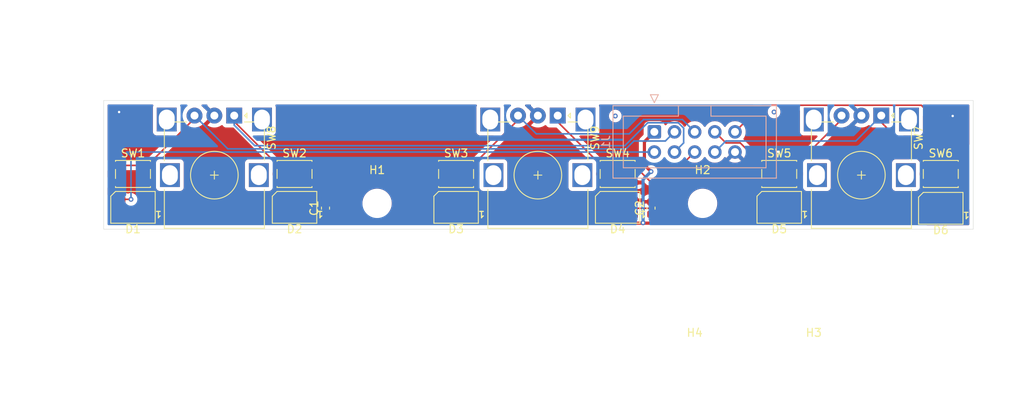
<source format=kicad_pcb>
(kicad_pcb (version 20240108) (generator "pcbnew") (generator_version "8.0")
  (layers (0 "F.Cu" signal) (31 "B.Cu" signal) (34 "B.Paste" user) (35 "F.Paste" user) (36 "B.SilkS" user "B.Silkscreen") (37 "F.SilkS" user "F.Silkscreen") (38 "B.Mask" user) (39 "F.Mask" user) (44 "Edge.Cuts" user))
  (net 0 "")
  (net 1 "GND")
  (net 2 "+3V3")
  (net 3 "Net-(D1-DIN)")
  (net 4 "Net-(D1-DOUT)")
  (net 5 "Net-(D2-DOUT)")
  (net 6 "Net-(D3-DOUT)")
  (net 7 "Net-(D4-DOUT)")
  (net 8 "Net-(D5-DOUT)")
  (net 9 "Net-(D6-DOUT)")
  (net 10 "Net-(J1-Pin_5)")
  (net 11 "Net-(J1-Pin_8)")
  (net 12 "Net-(J1-Pin_6)")
  (net 13 "Net-(J1-Pin_3)")
  (net 14 "Net-(J1-Pin_7)")
  (net 15 "Net-(J1-Pin_4)")
  (footprint "Button_Switch_SMD:SW_SPST_PTS810" (layer "F.Cu") (at 149.95 50.8)
    (property "Reference" "SW3" (at 0 -2.6 0) (layer "F.SilkS"))
    (property "Value" "SW_Push")
    (fp_line (start -2.2 -1.7) (end -2.2 -1.58) (stroke (width 0.12)) (layer "F.SilkS"))
    (fp_line (start -2.2 -0.57) (end -2.2 0.57) (stroke (width 0.12)) (layer "F.SilkS"))
    (fp_line (start -2.2 1.58) (end -2.2 1.7) (stroke (width 0.12)) (layer "F.SilkS"))
    (fp_line (start -2.2 1.7) (end 2.2 1.7) (stroke (width 0.12)) (layer "F.SilkS"))
    (fp_line (start 2.2 -1.7) (end -2.2 -1.7) (stroke (width 0.12)) (layer "F.SilkS"))
    (fp_line (start 2.2 -1.58) (end 2.2 -1.7) (stroke (width 0.12)) (layer "F.SilkS"))
    (fp_line (start 2.2 0.57) (end 2.2 -0.57) (stroke (width 0.12)) (layer "F.SilkS"))
    (fp_line (start 2.2 1.7) (end 2.2 1.58) (stroke (width 0.12)) (layer "F.SilkS"))
    (pad "1" smd rect (at -2.075 -1.075) (size 1.05 0.65) (layers "F.Cu" "F.Paste" "F.Mask") (net 10 "Net-(J1-Pin_5)"))
    (pad "1" smd rect (at 2.075 -1.075) (size 1.05 0.65) (layers "F.Cu" "F.Paste" "F.Mask") (net 10 "Net-(J1-Pin_5)"))
    (pad "2" smd rect (at -2.075 1.075) (size 1.05 0.65) (layers "F.Cu" "F.Paste" "F.Mask") (net 1 "GND"))
    (pad "2" smd rect (at 2.075 1.075) (size 1.05 0.65) (layers "F.Cu" "F.Paste" "F.Mask") (net 1 "GND"))
  )
  (footprint "Button_Switch_SMD:SW_SPST_PTS810" (layer "F.Cu") (at 109.25 50.8)
    (property "Reference" "SW1" (at 0 -2.6 0) (layer "F.SilkS"))
    (property "Value" "SW_Push")
    (fp_line (start -2.2 -1.7) (end -2.2 -1.58) (stroke (width 0.12)) (layer "F.SilkS"))
    (fp_line (start -2.2 -0.57) (end -2.2 0.57) (stroke (width 0.12)) (layer "F.SilkS"))
    (fp_line (start -2.2 1.58) (end -2.2 1.7) (stroke (width 0.12)) (layer "F.SilkS"))
    (fp_line (start -2.2 1.7) (end 2.2 1.7) (stroke (width 0.12)) (layer "F.SilkS"))
    (fp_line (start 2.2 -1.7) (end -2.2 -1.7) (stroke (width 0.12)) (layer "F.SilkS"))
    (fp_line (start 2.2 -1.58) (end 2.2 -1.7) (stroke (width 0.12)) (layer "F.SilkS"))
    (fp_line (start 2.2 0.57) (end 2.2 -0.57) (stroke (width 0.12)) (layer "F.SilkS"))
    (fp_line (start 2.2 1.7) (end 2.2 1.58) (stroke (width 0.12)) (layer "F.SilkS"))
    (pad "1" smd rect (at -2.075 -1.075) (size 1.05 0.65) (layers "F.Cu" "F.Paste" "F.Mask") (net 13 "Net-(J1-Pin_3)"))
    (pad "1" smd rect (at 2.075 -1.075) (size 1.05 0.65) (layers "F.Cu" "F.Paste" "F.Mask") (net 13 "Net-(J1-Pin_3)"))
    (pad "2" smd rect (at -2.075 1.075) (size 1.05 0.65) (layers "F.Cu" "F.Paste" "F.Mask") (net 1 "GND"))
    (pad "2" smd rect (at 2.075 1.075) (size 1.05 0.65) (layers "F.Cu" "F.Paste" "F.Mask") (net 1 "GND"))
  )
  (footprint "Button_Switch_SMD:SW_SPST_PTS810" (layer "F.Cu") (at 211 50.8)
    (property "Reference" "SW6" (at 0 -2.6 0) (layer "F.SilkS"))
    (property "Value" "SW_Push")
    (fp_line (start -2.2 -1.7) (end -2.2 -1.58) (stroke (width 0.12)) (layer "F.SilkS"))
    (fp_line (start -2.2 -0.57) (end -2.2 0.57) (stroke (width 0.12)) (layer "F.SilkS"))
    (fp_line (start -2.2 1.58) (end -2.2 1.7) (stroke (width 0.12)) (layer "F.SilkS"))
    (fp_line (start -2.2 1.7) (end 2.2 1.7) (stroke (width 0.12)) (layer "F.SilkS"))
    (fp_line (start 2.2 -1.7) (end -2.2 -1.7) (stroke (width 0.12)) (layer "F.SilkS"))
    (fp_line (start 2.2 -1.58) (end 2.2 -1.7) (stroke (width 0.12)) (layer "F.SilkS"))
    (fp_line (start 2.2 0.57) (end 2.2 -0.57) (stroke (width 0.12)) (layer "F.SilkS"))
    (fp_line (start 2.2 1.7) (end 2.2 1.58) (stroke (width 0.12)) (layer "F.SilkS"))
    (pad "1" smd rect (at -2.075 -1.075) (size 1.05 0.65) (layers "F.Cu" "F.Paste" "F.Mask") (net 11 "Net-(J1-Pin_8)"))
    (pad "1" smd rect (at 2.075 -1.075) (size 1.05 0.65) (layers "F.Cu" "F.Paste" "F.Mask") (net 11 "Net-(J1-Pin_8)"))
    (pad "2" smd rect (at -2.075 1.075) (size 1.05 0.65) (layers "F.Cu" "F.Paste" "F.Mask") (net 1 "GND"))
    (pad "2" smd rect (at 2.075 1.075) (size 1.05 0.65) (layers "F.Cu" "F.Paste" "F.Mask") (net 1 "GND"))
  )
  (footprint "Button_Switch_SMD:SW_SPST_PTS810" (layer "F.Cu") (at 190.65 50.8)
    (property "Reference" "SW5" (at 0 -2.6 0) (layer "F.SilkS"))
    (property "Value" "SW_Push")
    (fp_line (start -2.2 -1.7) (end -2.2 -1.58) (stroke (width 0.12)) (layer "F.SilkS"))
    (fp_line (start -2.2 -0.57) (end -2.2 0.57) (stroke (width 0.12)) (layer "F.SilkS"))
    (fp_line (start -2.2 1.58) (end -2.2 1.7) (stroke (width 0.12)) (layer "F.SilkS"))
    (fp_line (start -2.2 1.7) (end 2.2 1.7) (stroke (width 0.12)) (layer "F.SilkS"))
    (fp_line (start 2.2 -1.7) (end -2.2 -1.7) (stroke (width 0.12)) (layer "F.SilkS"))
    (fp_line (start 2.2 -1.58) (end 2.2 -1.7) (stroke (width 0.12)) (layer "F.SilkS"))
    (fp_line (start 2.2 0.57) (end 2.2 -0.57) (stroke (width 0.12)) (layer "F.SilkS"))
    (fp_line (start 2.2 1.7) (end 2.2 1.58) (stroke (width 0.12)) (layer "F.SilkS"))
    (pad "1" smd rect (at -2.075 -1.075) (size 1.05 0.65) (layers "F.Cu" "F.Paste" "F.Mask") (net 14 "Net-(J1-Pin_7)"))
    (pad "1" smd rect (at 2.075 -1.075) (size 1.05 0.65) (layers "F.Cu" "F.Paste" "F.Mask") (net 14 "Net-(J1-Pin_7)"))
    (pad "2" smd rect (at -2.075 1.075) (size 1.05 0.65) (layers "F.Cu" "F.Paste" "F.Mask") (net 1 "GND"))
    (pad "2" smd rect (at 2.075 1.075) (size 1.05 0.65) (layers "F.Cu" "F.Paste" "F.Mask") (net 1 "GND"))
  )
  (footprint "Button_Switch_SMD:SW_SPST_PTS810" (layer "F.Cu") (at 170.3 50.8)
    (property "Reference" "SW4" (at 0 -2.6 0) (layer "F.SilkS"))
    (property "Value" "SW_Push")
    (fp_line (start -2.2 -1.7) (end -2.2 -1.58) (stroke (width 0.12)) (layer "F.SilkS"))
    (fp_line (start -2.2 -0.57) (end -2.2 0.57) (stroke (width 0.12)) (layer "F.SilkS"))
    (fp_line (start -2.2 1.58) (end -2.2 1.7) (stroke (width 0.12)) (layer "F.SilkS"))
    (fp_line (start -2.2 1.7) (end 2.2 1.7) (stroke (width 0.12)) (layer "F.SilkS"))
    (fp_line (start 2.2 -1.7) (end -2.2 -1.7) (stroke (width 0.12)) (layer "F.SilkS"))
    (fp_line (start 2.2 -1.58) (end 2.2 -1.7) (stroke (width 0.12)) (layer "F.SilkS"))
    (fp_line (start 2.2 0.57) (end 2.2 -0.57) (stroke (width 0.12)) (layer "F.SilkS"))
    (fp_line (start 2.2 1.7) (end 2.2 1.58) (stroke (width 0.12)) (layer "F.SilkS"))
    (pad "1" smd rect (at -2.075 -1.075) (size 1.05 0.65) (layers "F.Cu" "F.Paste" "F.Mask") (net 12 "Net-(J1-Pin_6)"))
    (pad "1" smd rect (at 2.075 -1.075) (size 1.05 0.65) (layers "F.Cu" "F.Paste" "F.Mask") (net 12 "Net-(J1-Pin_6)"))
    (pad "2" smd rect (at -2.075 1.075) (size 1.05 0.65) (layers "F.Cu" "F.Paste" "F.Mask") (net 1 "GND"))
    (pad "2" smd rect (at 2.075 1.075) (size 1.05 0.65) (layers "F.Cu" "F.Paste" "F.Mask") (net 1 "GND"))
  )
  (footprint "Anyma06:RotaryEncoder_Alps_EC12E_HV-Combo" (layer "F.Cu") (at 162.75 43.45 -90)
    (property "Reference" "SW9" (at 2.8 -4.7 90) (layer "F.SilkS"))
    (property "Value" "RotaryEncoder")
    (fp_line (start 0.8 8.8) (end 0.8 6) (stroke (width 0.12)) (layer "F.SilkS"))
    (fp_line (start 5.7 8.8) (end 0.8 8.8) (stroke (width 0.12)) (layer "F.SilkS"))
    (fp_line (start 14.2 8.8) (end 9.3 8.8) (stroke (width 0.12)) (layer "F.SilkS"))
    (fp_line (start 7 2.5) (end 8 2.5) (stroke (width 0.12)) (layer "F.SilkS"))
    (fp_line (start 7.5 2) (end 7.5 3) (stroke (width 0.12)) (layer "F.SilkS"))
    (fp_line (start 0 -1.3) (end -0.3 -1.6) (stroke (width 0.12)) (layer "F.SilkS"))
    (fp_line (start -0.3 -1.6) (end 0.3 -1.6) (stroke (width 0.12)) (layer "F.SilkS"))
    (fp_line (start 0.3 -1.6) (end 0 -1.3) (stroke (width 0.12)) (layer "F.SilkS"))
    (fp_line (start 0.8 -3.8) (end 0.8 -1.3) (stroke (width 0.12)) (layer "F.SilkS"))
    (fp_line (start 5.6 -3.8) (end 0.8 -3.8) (stroke (width 0.12)) (layer "F.SilkS"))
    (fp_line (start 9.3 -3.8) (end 14.2 -3.8) (stroke (width 0.12)) (layer "F.SilkS"))
    (fp_line (start 14.2 -3.8) (end 14.2 8.8) (stroke (width 0.12)) (layer "F.SilkS"))
    (fp_circle (center 7.5 2.5) (end 10.5 2.5) (stroke (width 0.12)) (fill none) (layer "F.SilkS"))
    (pad "" thru_hole rect (at 0.5 -3.5 270) (size 3 2.5) (drill oval 2.5 2) (layers "*.Cu" "*.Mask"))
    (pad "" thru_hole rect (at 0.5 8.5 270) (size 3 2.5) (drill oval 2.5 2) (layers "*.Cu" "*.Mask"))
    (pad "" thru_hole rect (at 7.5 -3.1 270) (size 3 2.5) (drill oval 2.5 2) (layers "*.Cu" "*.Mask"))
    (pad "" thru_hole rect (at 7.5 8.1 270) (size 3 2.5) (drill oval 2.5 2) (layers "*.Cu" "*.Mask"))
    (pad "A" thru_hole rect (at 0 0 270) (size 2 2) (drill 1) (layers "*.Cu" "*.Mask") (net 12 "Net-(J1-Pin_6)"))
    (pad "B" thru_hole circle (at 0 5 270) (size 2 2) (drill 1) (layers "*.Cu" "*.Mask") (net 10 "Net-(J1-Pin_5)"))
    (pad "C" thru_hole circle (at 0 2.5 270) (size 2 2) (drill 1) (layers "*.Cu" "*.Mask") (net 1 "GND"))
  )
  (footprint "MountingHole:MountingHole_3.2mm_M3" (layer "F.Cu") (at 181 54.5)
    (property "Reference" "H2" (at 0 -4.2 0) (layer "F.SilkS"))
    (property "Value" "MountingHole")
    (pad "" np_thru_hole circle (at 0 0) (size 3.2 3.2) (drill 3.2) (layers "*.Cu" "*.Mask"))
  )
  (footprint "MountingHole:MountingHole_3.2mm_M3" (layer "F.Cu") (at 140 54.5)
    (property "Reference" "H1" (at 0 -4.2 0) (layer "F.SilkS"))
    (property "Value" "MountingHole")
    (pad "" np_thru_hole circle (at 0 0) (size 3.2 3.2) (drill 3.2) (layers "*.Cu" "*.Mask"))
  )
  (footprint "Capacitor_SMD:C_0603_1608Metric" (layer "F.Cu") (at 133.5 55.105 90)
    (property "Reference" "C1" (at 0 -1.43 90) (layer "F.SilkS"))
    (property "Value" "C")
    (fp_line (start -0.14058 -0.51) (end 0.14058 -0.51) (stroke (width 0.12)) (layer "F.SilkS"))
    (fp_line (start -0.14058 0.51) (end 0.14058 0.51) (stroke (width 0.12)) (layer "F.SilkS"))
    (pad "1" smd roundrect (at -0.775 0 90) (size 0.9 0.95) (layers "F.Cu" "F.Paste" "F.Mask") (net 2 "+3V3"))
    (pad "2" smd roundrect (at 0.775 0 90) (size 0.9 0.95) (layers "F.Cu" "F.Paste" "F.Mask") (net 1 "GND"))
  )
  (footprint "LED_SMD:LED_SK6812MINI_PLCC4_3.5x3.5mm_P1.75mm" (layer "F.Cu") (at 190.65 55.005 180)
    (property "Reference" "D5" (at 0 -2.75 0) (layer "F.SilkS"))
    (property "Value" "SK6812MINI")
    (fp_line (start 2.8 1.4) (end 2.8 -2) (stroke (width 0.12)) (layer "F.SilkS"))
    (fp_line (start 2.8 1.4) (end 2.2 2) (stroke (width 0.12)) (layer "F.SilkS"))
    (fp_line (start -2.8 2) (end 2.2 2) (stroke (width 0.12)) (layer "F.SilkS"))
    (fp_line (start -2.8 -2) (end 2.8 -2) (stroke (width 0.12)) (layer "F.SilkS"))
    (fp_line (start -2.8 -2) (end -2.8 2) (stroke (width 0.12)) (layer "F.SilkS"))
    (fp_text user "1" (at -3.2 -0.875 180) (layer "F.SilkS") (effects (font (size 0.8 0.8))))
    (pad "1" smd rect (at -1.75 -0.875 180) (size 1.6 0.85) (layers "F.Cu" "F.Paste" "F.Mask") (net 8 "Net-(D5-DOUT)"))
    (pad "2" smd rect (at -1.75 0.875 180) (size 1.6 0.85) (layers "F.Cu" "F.Paste" "F.Mask") (net 1 "GND"))
    (pad "3" smd rect (at 1.75 0.875 180) (size 1.6 0.85) (layers "F.Cu" "F.Paste" "F.Mask") (net 7 "Net-(D4-DOUT)"))
    (pad "4" smd rect (at 1.75 -0.875 180) (size 1.6 0.85) (layers "F.Cu" "F.Paste" "F.Mask") (net 2 "+3V3"))
  )
  (footprint "LED_SMD:LED_SK6812MINI_PLCC4_3.5x3.5mm_P1.75mm" (layer "F.Cu") (at 170.3 55.005 180)
    (property "Reference" "D4" (at 0 -2.75 0) (layer "F.SilkS"))
    (property "Value" "SK6812MINI")
    (fp_line (start 2.8 1.4) (end 2.8 -2) (stroke (width 0.12)) (layer "F.SilkS"))
    (fp_line (start 2.8 1.4) (end 2.2 2) (stroke (width 0.12)) (layer "F.SilkS"))
    (fp_line (start -2.8 2) (end 2.2 2) (stroke (width 0.12)) (layer "F.SilkS"))
    (fp_line (start -2.8 -2) (end 2.8 -2) (stroke (width 0.12)) (layer "F.SilkS"))
    (fp_line (start -2.8 -2) (end -2.8 2) (stroke (width 0.12)) (layer "F.SilkS"))
    (fp_text user "1" (at -3.2 -0.875 180) (layer "F.SilkS") (effects (font (size 0.8 0.8))))
    (pad "1" smd rect (at -1.75 -0.875 180) (size 1.6 0.85) (layers "F.Cu" "F.Paste" "F.Mask") (net 7 "Net-(D4-DOUT)"))
    (pad "2" smd rect (at -1.75 0.875 180) (size 1.6 0.85) (layers "F.Cu" "F.Paste" "F.Mask") (net 1 "GND"))
    (pad "3" smd rect (at 1.75 0.875 180) (size 1.6 0.85) (layers "F.Cu" "F.Paste" "F.Mask") (net 6 "Net-(D3-DOUT)"))
    (pad "4" smd rect (at 1.75 -0.875 180) (size 1.6 0.85) (layers "F.Cu" "F.Paste" "F.Mask") (net 2 "+3V3"))
  )
  (footprint "LED_SMD:LED_SK6812MINI_PLCC4_3.5x3.5mm_P1.75mm" (layer "F.Cu") (at 149.95 55.005 180)
    (property "Reference" "D3" (at 0 -2.75 0) (layer "F.SilkS"))
    (property "Value" "SK6812MINI")
    (fp_line (start 2.8 1.4) (end 2.8 -2) (stroke (width 0.12)) (layer "F.SilkS"))
    (fp_line (start 2.8 1.4) (end 2.2 2) (stroke (width 0.12)) (layer "F.SilkS"))
    (fp_line (start -2.8 2) (end 2.2 2) (stroke (width 0.12)) (layer "F.SilkS"))
    (fp_line (start -2.8 -2) (end 2.8 -2) (stroke (width 0.12)) (layer "F.SilkS"))
    (fp_line (start -2.8 -2) (end -2.8 2) (stroke (width 0.12)) (layer "F.SilkS"))
    (fp_text user "1" (at -3.2 -0.875 180) (layer "F.SilkS") (effects (font (size 0.8 0.8))))
    (pad "1" smd rect (at -1.75 -0.875 180) (size 1.6 0.85) (layers "F.Cu" "F.Paste" "F.Mask") (net 6 "Net-(D3-DOUT)"))
    (pad "2" smd rect (at -1.75 0.875 180) (size 1.6 0.85) (layers "F.Cu" "F.Paste" "F.Mask") (net 1 "GND"))
    (pad "3" smd rect (at 1.75 0.875 180) (size 1.6 0.85) (layers "F.Cu" "F.Paste" "F.Mask") (net 5 "Net-(D2-DOUT)"))
    (pad "4" smd rect (at 1.75 -0.875 180) (size 1.6 0.85) (layers "F.Cu" "F.Paste" "F.Mask") (net 2 "+3V3"))
  )
  (footprint "LED_SMD:LED_SK6812MINI_PLCC4_3.5x3.5mm_P1.75mm" (layer "F.Cu") (at 109.25 55.005 180)
    (property "Reference" "D1" (at 0 -2.75 0) (layer "F.SilkS"))
    (property "Value" "SK6812MINI")
    (fp_line (start 2.8 1.4) (end 2.8 -2) (stroke (width 0.12)) (layer "F.SilkS"))
    (fp_line (start 2.8 1.4) (end 2.2 2) (stroke (width 0.12)) (layer "F.SilkS"))
    (fp_line (start -2.8 2) (end 2.2 2) (stroke (width 0.12)) (layer "F.SilkS"))
    (fp_line (start -2.8 -2) (end 2.8 -2) (stroke (width 0.12)) (layer "F.SilkS"))
    (fp_line (start -2.8 -2) (end -2.8 2) (stroke (width 0.12)) (layer "F.SilkS"))
    (fp_text user "1" (at -3.2 -0.875 180) (layer "F.SilkS") (effects (font (size 0.8 0.8))))
    (pad "1" smd rect (at -1.75 -0.875 180) (size 1.6 0.85) (layers "F.Cu" "F.Paste" "F.Mask") (net 4 "Net-(D1-DOUT)"))
    (pad "2" smd rect (at -1.75 0.875 180) (size 1.6 0.85) (layers "F.Cu" "F.Paste" "F.Mask") (net 1 "GND"))
    (pad "3" smd rect (at 1.75 0.875 180) (size 1.6 0.85) (layers "F.Cu" "F.Paste" "F.Mask") (net 3 "Net-(D1-DIN)"))
    (pad "4" smd rect (at 1.75 -0.875 180) (size 1.6 0.85) (layers "F.Cu" "F.Paste" "F.Mask") (net 2 "+3V3"))
  )
  (footprint "MountingHole:MountingHole_3.2mm_M3" (layer "F.Cu") (at 180 75)
    (property "Reference" "H4" (at 0 -4.2 0) (layer "F.SilkS"))
    (property "Value" "MountingHole")
    (pad "" np_thru_hole circle (at 0 0) (size 3.2 3.2) (drill 3.2) (layers "*.Cu" "*.Mask"))
  )
  (footprint "LED_SMD:LED_SK6812MINI_PLCC4_3.5x3.5mm_P1.75mm" (layer "F.Cu") (at 211 55.125 180)
    (property "Reference" "D6" (at 0 -2.75 0) (layer "F.SilkS"))
    (property "Value" "SK6812MINI")
    (fp_line (start 2.8 1.4) (end 2.8 -2) (stroke (width 0.12)) (layer "F.SilkS"))
    (fp_line (start 2.8 1.4) (end 2.2 2) (stroke (width 0.12)) (layer "F.SilkS"))
    (fp_line (start -2.8 2) (end 2.2 2) (stroke (width 0.12)) (layer "F.SilkS"))
    (fp_line (start -2.8 -2) (end 2.8 -2) (stroke (width 0.12)) (layer "F.SilkS"))
    (fp_line (start -2.8 -2) (end -2.8 2) (stroke (width 0.12)) (layer "F.SilkS"))
    (fp_text user "1" (at -3.2 -0.875 180) (layer "F.SilkS") (effects (font (size 0.8 0.8))))
    (pad "1" smd rect (at -1.75 -0.875 180) (size 1.6 0.85) (layers "F.Cu" "F.Paste" "F.Mask") (net 9 "Net-(D6-DOUT)"))
    (pad "2" smd rect (at -1.75 0.875 180) (size 1.6 0.85) (layers "F.Cu" "F.Paste" "F.Mask") (net 1 "GND"))
    (pad "3" smd rect (at 1.75 0.875 180) (size 1.6 0.85) (layers "F.Cu" "F.Paste" "F.Mask") (net 8 "Net-(D5-DOUT)"))
    (pad "4" smd rect (at 1.75 -0.875 180) (size 1.6 0.85) (layers "F.Cu" "F.Paste" "F.Mask") (net 2 "+3V3"))
  )
  (footprint "Capacitor_SMD:C_0603_1608Metric" (layer "F.Cu") (at 174.5 55.105 90)
    (property "Reference" "C2" (at 0 -1.43 90) (layer "F.SilkS"))
    (property "Value" "C")
    (fp_line (start -0.14058 -0.51) (end 0.14058 -0.51) (stroke (width 0.12)) (layer "F.SilkS"))
    (fp_line (start -0.14058 0.51) (end 0.14058 0.51) (stroke (width 0.12)) (layer "F.SilkS"))
    (pad "1" smd roundrect (at -0.775 0 90) (size 0.9 0.95) (layers "F.Cu" "F.Paste" "F.Mask") (net 2 "+3V3"))
    (pad "2" smd roundrect (at 0.775 0 90) (size 0.9 0.95) (layers "F.Cu" "F.Paste" "F.Mask") (net 1 "GND"))
  )
  (footprint "MountingHole:MountingHole_3.2mm_M3" (layer "F.Cu") (at 195 75)
    (property "Reference" "H3" (at 0 -4.2 0) (layer "F.SilkS"))
    (property "Value" "MountingHole")
    (pad "" np_thru_hole circle (at 0 0) (size 3.2 3.2) (drill 3.2) (layers "*.Cu" "*.Mask"))
  )
  (footprint "Button_Switch_SMD:SW_SPST_PTS810" (layer "F.Cu") (at 129.6 50.8)
    (property "Reference" "SW2" (at 0 -2.6 0) (layer "F.SilkS"))
    (property "Value" "SW_Push")
    (fp_line (start -2.2 -1.7) (end -2.2 -1.58) (stroke (width 0.12)) (layer "F.SilkS"))
    (fp_line (start -2.2 -0.57) (end -2.2 0.57) (stroke (width 0.12)) (layer "F.SilkS"))
    (fp_line (start -2.2 1.58) (end -2.2 1.7) (stroke (width 0.12)) (layer "F.SilkS"))
    (fp_line (start -2.2 1.7) (end 2.2 1.7) (stroke (width 0.12)) (layer "F.SilkS"))
    (fp_line (start 2.2 -1.7) (end -2.2 -1.7) (stroke (width 0.12)) (layer "F.SilkS"))
    (fp_line (start 2.2 -1.58) (end 2.2 -1.7) (stroke (width 0.12)) (layer "F.SilkS"))
    (fp_line (start 2.2 0.57) (end 2.2 -0.57) (stroke (width 0.12)) (layer "F.SilkS"))
    (fp_line (start 2.2 1.7) (end 2.2 1.58) (stroke (width 0.12)) (layer "F.SilkS"))
    (pad "1" smd rect (at -2.075 -1.075) (size 1.05 0.65) (layers "F.Cu" "F.Paste" "F.Mask") (net 15 "Net-(J1-Pin_4)"))
    (pad "1" smd rect (at 2.075 -1.075) (size 1.05 0.65) (layers "F.Cu" "F.Paste" "F.Mask") (net 15 "Net-(J1-Pin_4)"))
    (pad "2" smd rect (at -2.075 1.075) (size 1.05 0.65) (layers "F.Cu" "F.Paste" "F.Mask") (net 1 "GND"))
    (pad "2" smd rect (at 2.075 1.075) (size 1.05 0.65) (layers "F.Cu" "F.Paste" "F.Mask") (net 1 "GND"))
  )
  (footprint "LED_SMD:LED_SK6812MINI_PLCC4_3.5x3.5mm_P1.75mm" (layer "F.Cu") (at 129.6 55.005 180)
    (property "Reference" "D2" (at 0 -2.75 0) (layer "F.SilkS"))
    (property "Value" "SK6812MINI")
    (fp_line (start 2.8 1.4) (end 2.8 -2) (stroke (width 0.12)) (layer "F.SilkS"))
    (fp_line (start 2.8 1.4) (end 2.2 2) (stroke (width 0.12)) (layer "F.SilkS"))
    (fp_line (start -2.8 2) (end 2.2 2) (stroke (width 0.12)) (layer "F.SilkS"))
    (fp_line (start -2.8 -2) (end 2.8 -2) (stroke (width 0.12)) (layer "F.SilkS"))
    (fp_line (start -2.8 -2) (end -2.8 2) (stroke (width 0.12)) (layer "F.SilkS"))
    (fp_text user "1" (at -3.2 -0.875 180) (layer "F.SilkS") (effects (font (size 0.8 0.8))))
    (pad "1" smd rect (at -1.75 -0.875 180) (size 1.6 0.85) (layers "F.Cu" "F.Paste" "F.Mask") (net 5 "Net-(D2-DOUT)"))
    (pad "2" smd rect (at -1.75 0.875 180) (size 1.6 0.85) (layers "F.Cu" "F.Paste" "F.Mask") (net 1 "GND"))
    (pad "3" smd rect (at 1.75 0.875 180) (size 1.6 0.85) (layers "F.Cu" "F.Paste" "F.Mask") (net 4 "Net-(D1-DOUT)"))
    (pad "4" smd rect (at 1.75 -0.875 180) (size 1.6 0.85) (layers "F.Cu" "F.Paste" "F.Mask") (net 2 "+3V3"))
  )
  (footprint "Anyma06:RotaryEncoder_Alps_EC12E_HV-Combo" (layer "F.Cu") (at 203.5 43.45 -90)
    (property "Reference" "SW7" (at 2.8 -4.7 90) (layer "F.SilkS"))
    (property "Value" "RotaryEncoder")
    (fp_line (start 0.8 8.8) (end 0.8 6) (stroke (width 0.12)) (layer "F.SilkS"))
    (fp_line (start 5.7 8.8) (end 0.8 8.8) (stroke (width 0.12)) (layer "F.SilkS"))
    (fp_line (start 14.2 8.8) (end 9.3 8.8) (stroke (width 0.12)) (layer "F.SilkS"))
    (fp_line (start 7 2.5) (end 8 2.5) (stroke (width 0.12)) (layer "F.SilkS"))
    (fp_line (start 7.5 2) (end 7.5 3) (stroke (width 0.12)) (layer "F.SilkS"))
    (fp_line (start 0 -1.3) (end -0.3 -1.6) (stroke (width 0.12)) (layer "F.SilkS"))
    (fp_line (start -0.3 -1.6) (end 0.3 -1.6) (stroke (width 0.12)) (layer "F.SilkS"))
    (fp_line (start 0.3 -1.6) (end 0 -1.3) (stroke (width 0.12)) (layer "F.SilkS"))
    (fp_line (start 0.8 -3.8) (end 0.8 -1.3) (stroke (width 0.12)) (layer "F.SilkS"))
    (fp_line (start 5.6 -3.8) (end 0.8 -3.8) (stroke (width 0.12)) (layer "F.SilkS"))
    (fp_line (start 9.3 -3.8) (end 14.2 -3.8) (stroke (width 0.12)) (layer "F.SilkS"))
    (fp_line (start 14.2 -3.8) (end 14.2 8.8) (stroke (width 0.12)) (layer "F.SilkS"))
    (fp_circle (center 7.5 2.5) (end 10.5 2.5) (stroke (width 0.12)) (fill none) (layer "F.SilkS"))
    (pad "" thru_hole rect (at 0.5 -3.5 270) (size 3 2.5) (drill oval 2.5 2) (layers "*.Cu" "*.Mask"))
    (pad "" thru_hole rect (at 0.5 8.5 270) (size 3 2.5) (drill oval 2.5 2) (layers "*.Cu" "*.Mask"))
    (pad "" thru_hole rect (at 7.5 -3.1 270) (size 3 2.5) (drill oval 2.5 2) (layers "*.Cu" "*.Mask"))
    (pad "" thru_hole rect (at 7.5 8.1 270) (size 3 2.5) (drill oval 2.5 2) (layers "*.Cu" "*.Mask"))
    (pad "A" thru_hole rect (at 0 0 270) (size 2 2) (drill 1) (layers "*.Cu" "*.Mask") (net 11 "Net-(J1-Pin_8)"))
    (pad "B" thru_hole circle (at 0 5 270) (size 2 2) (drill 1) (layers "*.Cu" "*.Mask") (net 14 "Net-(J1-Pin_7)"))
    (pad "C" thru_hole circle (at 0 2.5 270) (size 2 2) (drill 1) (layers "*.Cu" "*.Mask") (net 1 "GND"))
  )
  (footprint "Anyma06:RotaryEncoder_Alps_EC12E_HV-Combo" (layer "F.Cu") (at 122 43.45 -90)
    (property "Reference" "SW8" (at 2.8 -4.7 90) (layer "F.SilkS"))
    (property "Value" "RotaryEncoder")
    (fp_line (start 0.8 8.8) (end 0.8 6) (stroke (width 0.12)) (layer "F.SilkS"))
    (fp_line (start 5.7 8.8) (end 0.8 8.8) (stroke (width 0.12)) (layer "F.SilkS"))
    (fp_line (start 14.2 8.8) (end 9.3 8.8) (stroke (width 0.12)) (layer "F.SilkS"))
    (fp_line (start 7 2.5) (end 8 2.5) (stroke (width 0.12)) (layer "F.SilkS"))
    (fp_line (start 7.5 2) (end 7.5 3) (stroke (width 0.12)) (layer "F.SilkS"))
    (fp_line (start 0 -1.3) (end -0.3 -1.6) (stroke (width 0.12)) (layer "F.SilkS"))
    (fp_line (start -0.3 -1.6) (end 0.3 -1.6) (stroke (width 0.12)) (layer "F.SilkS"))
    (fp_line (start 0.3 -1.6) (end 0 -1.3) (stroke (width 0.12)) (layer "F.SilkS"))
    (fp_line (start 0.8 -3.8) (end 0.8 -1.3) (stroke (width 0.12)) (layer "F.SilkS"))
    (fp_line (start 5.6 -3.8) (end 0.8 -3.8) (stroke (width 0.12)) (layer "F.SilkS"))
    (fp_line (start 9.3 -3.8) (end 14.2 -3.8) (stroke (width 0.12)) (layer "F.SilkS"))
    (fp_line (start 14.2 -3.8) (end 14.2 8.8) (stroke (width 0.12)) (layer "F.SilkS"))
    (fp_circle (center 7.5 2.5) (end 10.5 2.5) (stroke (width 0.12)) (fill none) (layer "F.SilkS"))
    (pad "" thru_hole rect (at 0.5 -3.5 270) (size 3 2.5) (drill oval 2.5 2) (layers "*.Cu" "*.Mask"))
    (pad "" thru_hole rect (at 0.5 8.5 270) (size 3 2.5) (drill oval 2.5 2) (layers "*.Cu" "*.Mask"))
    (pad "" thru_hole rect (at 7.5 -3.1 270) (size 3 2.5) (drill oval 2.5 2) (layers "*.Cu" "*.Mask"))
    (pad "" thru_hole rect (at 7.5 8.1 270) (size 3 2.5) (drill oval 2.5 2) (layers "*.Cu" "*.Mask"))
    (pad "A" thru_hole rect (at 0 0 270) (size 2 2) (drill 1) (layers "*.Cu" "*.Mask") (net 15 "Net-(J1-Pin_4)"))
    (pad "B" thru_hole circle (at 0 5 270) (size 2 2) (drill 1) (layers "*.Cu" "*.Mask") (net 13 "Net-(J1-Pin_3)"))
    (pad "C" thru_hole circle (at 0 2.5 270) (size 2 2) (drill 1) (layers "*.Cu" "*.Mask") (net 1 "GND"))
  )
  (footprint "Connector_IDC:IDC-Header_2x05_P2.54mm_Vertical" (layer "B.Cu") (at 174.92 45.5 -90)
    (property "Reference" "J1" (at 1.27 6.1 90) (layer "B.SilkS") (effects (justify mirror)))
    (property "Value" "Conn_01x10")
    (fp_line (start -3.29 5.21) (end -3.29 -15.37) (stroke (width 0.12)) (layer "B.SilkS"))
    (fp_line (start 5.83 5.21) (end -3.29 5.21) (stroke (width 0.12)) (layer "B.SilkS"))
    (fp_line (start -1.98 3.91) (end -1.98 -3.03) (stroke (width 0.12)) (layer "B.SilkS"))
    (fp_line (start 4.52 3.91) (end -1.98 3.91) (stroke (width 0.12)) (layer "B.SilkS"))
    (fp_line (start -4.68 0.5) (end -3.68 0) (stroke (width 0.12)) (layer "B.SilkS"))
    (fp_line (start -3.68 0) (end -4.68 -0.5) (stroke (width 0.12)) (layer "B.SilkS"))
    (fp_line (start -4.68 -0.5) (end -4.68 0.5) (stroke (width 0.12)) (layer "B.SilkS"))
    (fp_line (start -1.98 -3.03) (end -3.29 -3.03) (stroke (width 0.12)) (layer "B.SilkS"))
    (fp_line (start -3.29 -7.13) (end -1.98 -7.13) (stroke (width 0.12)) (layer "B.SilkS"))
    (fp_line (start -1.98 -7.13) (end -1.98 -7.13) (stroke (width 0.12)) (layer "B.SilkS"))
    (fp_line (start -1.98 -7.13) (end -1.98 -14.07) (stroke (width 0.12)) (layer "B.SilkS"))
    (fp_line (start -1.98 -14.07) (end 4.52 -14.07) (stroke (width 0.12)) (layer "B.SilkS"))
    (fp_line (start 4.52 -14.07) (end 4.52 3.91) (stroke (width 0.12)) (layer "B.SilkS"))
    (fp_line (start -3.29 -15.37) (end 5.83 -15.37) (stroke (width 0.12)) (layer "B.SilkS"))
    (fp_line (start 5.83 -15.37) (end 5.83 5.21) (stroke (width 0.12)) (layer "B.SilkS"))
    (pad "1" thru_hole roundrect (at 0 0 270) (size 1.7 1.7) (drill 1) (layers "*.Cu" "*.Mask") (roundrect_rratio 0.147059) (net 2 "+3V3"))
    (pad "2" thru_hole circle (at 2.54 0 270) (size 1.7 1.7) (drill 1) (layers "*.Cu" "*.Mask") (net 3 "Net-(D1-DIN)"))
    (pad "3" thru_hole circle (at 0 -2.54 270) (size 1.7 1.7) (drill 1) (layers "*.Cu" "*.Mask") (net 13 "Net-(J1-Pin_3)"))
    (pad "4" thru_hole circle (at 2.54 -2.54 270) (size 1.7 1.7) (drill 1) (layers "*.Cu" "*.Mask") (net 15 "Net-(J1-Pin_4)"))
    (pad "5" thru_hole circle (at 0 -5.08 270) (size 1.7 1.7) (drill 1) (layers "*.Cu" "*.Mask") (net 10 "Net-(J1-Pin_5)"))
    (pad "6" thru_hole circle (at 2.54 -5.08 270) (size 1.7 1.7) (drill 1) (layers "*.Cu" "*.Mask") (net 12 "Net-(J1-Pin_6)"))
    (pad "7" thru_hole circle (at 0 -7.62 270) (size 1.7 1.7) (drill 1) (layers "*.Cu" "*.Mask") (net 14 "Net-(J1-Pin_7)"))
    (pad "8" thru_hole circle (at 2.54 -7.62 270) (size 1.7 1.7) (drill 1) (layers "*.Cu" "*.Mask") (net 11 "Net-(J1-Pin_8)"))
    (pad "9" thru_hole circle (at 0 -10.16 270) (size 1.7 1.7) (drill 1) (layers "*.Cu" "*.Mask") (net 9 "Net-(D6-DOUT)"))
    (pad "10" thru_hole circle (at 2.54 -10.16 270) (size 1.7 1.7) (drill 1) (layers "*.Cu" "*.Mask") (net 1 "GND"))
  )
  (gr_rect (start 105.55 41.55) (end 215.0924 57.754) (stroke (width 0.05)) (fill none) (layer "Edge.Cuts"))
  (via (at 170 43.5) (size 0.6) (drill 0.3) (layers "F.Cu" "B.Cu") (net 0))
  (via (at 190 43) (size 0.6) (drill 0.3) (layers "F.Cu" "B.Cu") (net 0))
  (segment (start 131.675 51.875) (end 131.675 52.505) (width 0.2) (layer "F.Cu") (net 1))
  (segment (start 127.525 51.875) (end 131.675 51.875) (width 0.2) (layer "F.Cu") (net 1))
  (segment (start 131.675 52.505) (end 133.5 54.33) (width 0.2) (layer "F.Cu") (net 1))
  (segment (start 111.325 51.875) (end 111.325 53.805) (width 0.2) (layer "F.Cu") (net 1))
  (segment (start 111.325 53.805) (end 111 54.13) (width 0.2) (layer "F.Cu") (net 1))
  (via (at 107.5 43) (size 0.6) (drill 0.3) (layers "F.Cu" "B.Cu") (net 1))
  (via (at 212.5 43.5) (size 0.6) (drill 0.3) (layers "F.Cu" "B.Cu") (net 1))
  (via (at 190.5 48) (size 0.6) (drill 0.3) (layers "F.Cu" "B.Cu") (net 1))
  (segment (start 168.55 55.88) (end 168.55 56.95) (width 0.4) (layer "F.Cu") (net 2))
  (segment (start 174.5 55.88) (end 174.5 57) (width 0.4) (layer "F.Cu") (net 2))
  (segment (start 128 57) (end 133.5 57) (width 0.4) (layer "F.Cu") (net 2))
  (segment (start 188.9 55.88) (end 188.9 56.9) (width 0.4) (layer "F.Cu") (net 2))
  (segment (start 173.67 49.669998) (end 174.5 50.499998) (width 0.4) (layer "F.Cu") (net 2))
  (segment (start 173.67 46.75) (end 173.67 49.669998) (width 0.4) (layer "F.Cu") (net 2))
  (segment (start 107.5 57) (end 128 57) (width 0.4) (layer "F.Cu") (net 2))
  (segment (start 208.25 57) (end 209.25 56) (width 0.4) (layer "F.Cu") (net 2))
  (segment (start 174.5 57) (end 189 57) (width 0.4) (layer "F.Cu") (net 2))
  (segment (start 133.5 55.88) (end 133.5 57) (width 0.4) (layer "F.Cu") (net 2))
  (segment (start 127.85 56.85) (end 128 57) (width 0.4) (layer "F.Cu") (net 2))
  (segment (start 148.5 57) (end 168.5 57) (width 0.4) (layer "F.Cu") (net 2))
  (segment (start 174.92 45.5) (end 173.67 46.75) (width 0.4) (layer "F.Cu") (net 2))
  (segment (start 168.5 57) (end 174.5 57) (width 0.4) (layer "F.Cu") (net 2))
  (segment (start 189 57) (end 208.25 57) (width 0.4) (layer "F.Cu") (net 2))
  (segment (start 148.2 55.88) (end 148.2 56.7) (width 0.4) (layer "F.Cu") (net 2))
  (segment (start 133.5 57) (end 148.5 57) (width 0.4) (layer "F.Cu") (net 2))
  (segment (start 188.9 56.9) (end 189 57) (width 0.4) (layer "F.Cu") (net 2))
  (segment (start 127.85 55.88) (end 127.85 56.85) (width 0.4) (layer "F.Cu") (net 2))
  (segment (start 168.55 56.95) (end 168.5 57) (width 0.4) (layer "F.Cu") (net 2))
  (segment (start 148.2 56.7) (end 148.5 57) (width 0.4) (layer "F.Cu") (net 2))
  (segment (start 107.5 55.88) (end 107.5 57) (width 0.4) (layer "F.Cu") (net 2))
  (via (at 174.5 50.499998) (size 0.6) (drill 0.3) (layers "F.Cu" "B.Cu") (net 2))
  (via (at 173.5 56.954) (size 0.6) (drill 0.3) (layers "F.Cu" "B.Cu") (net 2))
  (segment (start 173.5 51.499998) (end 174.5 50.499998) (width 0.4) (layer "B.Cu") (net 2))
  (segment (start 173.5 56.954) (end 173.5 51.499998) (width 0.4) (layer "B.Cu") (net 2))
  (segment (start 109 54) (end 107.63 54) (width 0.2) (layer "F.Cu") (net 3))
  (segment (start 107.63 54) (end 107.5 54.13) (width 0.2) (layer "F.Cu") (net 3))
  (via (at 109 54) (size 0.6) (drill 0.3) (layers "F.Cu" "B.Cu") (net 3))
  (segment (start 174.92 48.04) (end 108.46 48.04) (width 0.2) (layer "B.Cu") (net 3))
  (segment (start 109 48.58) (end 109 54) (width 0.2) (layer "B.Cu") (net 3))
  (segment (start 108.46 48.04) (end 109 48.58) (width 0.2) (layer "B.Cu") (net 3))
  (segment (start 126.1 55.88) (end 127.85 54.13) (width 0.2) (layer "F.Cu") (net 4))
  (segment (start 111 55.88) (end 126.1 55.88) (width 0.2) (layer "F.Cu") (net 4))
  (segment (start 138.74 56.45) (end 145.88 56.45) (width 0.2) (layer "F.Cu") (net 5))
  (segment (start 131.35 55.88) (end 132.1 55.13) (width 0.2) (layer "F.Cu") (net 5))
  (segment (start 145.88 56.45) (end 148.2 54.13) (width 0.2) (layer "F.Cu") (net 5))
  (segment (start 132.1 55.13) (end 137.42 55.13) (width 0.2) (layer "F.Cu") (net 5))
  (segment (start 137.42 55.13) (end 138.74 56.45) (width 0.2) (layer "F.Cu") (net 5))
  (segment (start 166.8 55.88) (end 168.55 54.13) (width 0.2) (layer "F.Cu") (net 6))
  (segment (start 151.7 55.88) (end 166.8 55.88) (width 0.2) (layer "F.Cu") (net 6))
  (segment (start 178.872284 55.13) (end 180.192284 56.45) (width 0.2) (layer "F.Cu") (net 7))
  (segment (start 186.58 56.45) (end 188.9 54.13) (width 0.2) (layer "F.Cu") (net 7))
  (segment (start 172.05 55.88) (end 172.8 55.13) (width 0.2) (layer "F.Cu") (net 7))
  (segment (start 172.8 55.13) (end 178.872284 55.13) (width 0.2) (layer "F.Cu") (net 7))
  (segment (start 180.192284 56.45) (end 186.58 56.45) (width 0.2) (layer "F.Cu") (net 7))
  (segment (start 192.4 55.88) (end 207.62 55.88) (width 0.2) (layer "F.Cu") (net 8))
  (segment (start 207.62 55.88) (end 209.25 54.25) (width 0.2) (layer "F.Cu") (net 8))
  (segment (start 188.43 42.15) (end 185.08 45.5) (width 0.2) (layer "F.Cu") (net 9))
  (segment (start 213.9 47.5) (end 208.55 42.15) (width 0.2) (layer "F.Cu") (net 9))
  (segment (start 208.55 42.15) (end 188.43 42.15) (width 0.2) (layer "F.Cu") (net 9))
  (segment (start 213.9 54.85) (end 213.9 47.5) (width 0.2) (layer "F.Cu") (net 9))
  (segment (start 212.75 56) (end 213.9 54.85) (width 0.2) (layer "F.Cu") (net 9))
  (segment (start 152.025 49.725) (end 157.75 44) (width 0.2) (layer "F.Cu") (net 10))
  (segment (start 147.875 49.725) (end 152.025 49.725) (width 0.2) (layer "F.Cu") (net 10))
  (segment (start 157.75 44) (end 157.75 43.45) (width 0.2) (layer "F.Cu") (net 10))
  (segment (start 178.45 43.95) (end 180 45.5) (width 0.2) (layer "B.Cu") (net 10))
  (segment (start 157.75 43.45) (end 160.05 45.75) (width 0.2) (layer "B.Cu") (net 10))
  (segment (start 173.55 43.95) (end 178.45 43.95) (width 0.2) (layer "B.Cu") (net 10))
  (segment (start 160.05 45.75) (end 171.75 45.75) (width 0.2) (layer "B.Cu") (net 10))
  (segment (start 171.75 45.75) (end 173.55 43.95) (width 0.2) (layer "B.Cu") (net 10))
  (segment (start 213.075 49.725) (end 208.925 49.725) (width 0.2) (layer "F.Cu") (net 11))
  (segment (start 203.5 44.3) (end 203.5 43.45) (width 0.2) (layer "F.Cu") (net 11))
  (segment (start 208.925 49.725) (end 203.5 44.3) (width 0.2) (layer "F.Cu") (net 11))
  (segment (start 203.5 43.45) (end 200.3 46.65) (width 0.2) (layer "B.Cu") (net 11))
  (segment (start 200.3 46.65) (end 183.93 46.65) (width 0.2) (layer "B.Cu") (net 11))
  (segment (start 183.93 46.65) (end 182.54 48.04) (width 0.2) (layer "B.Cu") (net 11))
  (segment (start 174.3 51.65) (end 176.39 51.65) (width 0.2) (layer "F.Cu") (net 12))
  (segment (start 162.75 44.25) (end 162.75 43.45) (width 0.2) (layer "F.Cu") (net 12))
  (segment (start 172.375 49.725) (end 168.225 49.725) (width 0.2) (layer "F.Cu") (net 12))
  (segment (start 168.225 49.725) (end 162.75 44.25) (width 0.2) (layer "F.Cu") (net 12))
  (segment (start 172.375 49.725) (end 174.3 51.65) (width 0.2) (layer "F.Cu") (net 12))
  (segment (start 176.39 51.65) (end 180 48.04) (width 0.2) (layer "F.Cu") (net 12))
  (segment (start 117 43.8) (end 111.075 49.725) (width 0.2) (layer "F.Cu") (net 13))
  (segment (start 117 43.45) (end 117 43.8) (width 0.2) (layer "F.Cu") (net 13))
  (segment (start 111.075 49.725) (end 107.175 49.725) (width 0.2) (layer "F.Cu") (net 13))
  (segment (start 117 43.45) (end 121.19 47.64) (width 0.2) (layer "B.Cu") (net 13))
  (segment (start 176.31 46.65) (end 177.46 45.5) (width 0.2) (layer "B.Cu") (net 13))
  (segment (start 171.360942 47.64) (end 172.350942 46.65) (width 0.2) (layer "B.Cu") (net 13))
  (segment (start 172.350942 46.65) (end 176.31 46.65) (width 0.2) (layer "B.Cu") (net 13))
  (segment (start 121.19 47.64) (end 171.360942 47.64) (width 0.2) (layer "B.Cu") (net 13))
  (segment (start 188.575 49.725) (end 192.725 49.725) (width 0.2) (layer "F.Cu") (net 14))
  (segment (start 198.5 43.95) (end 198.5 43.45) (width 0.2) (layer "F.Cu") (net 14))
  (segment (start 192.725 49.725) (end 198.5 43.95) (width 0.2) (layer "F.Cu") (net 14))
  (segment (start 188.575 49.725) (end 185.74 46.89) (width 0.2) (layer "F.Cu") (net 14))
  (segment (start 183.93 46.89) (end 182.54 45.5) (width 0.2) (layer "F.Cu") (net 14))
  (segment (start 185.74 46.89) (end 183.93 46.89) (width 0.2) (layer "F.Cu") (net 14))
  (segment (start 122 44.2) (end 127.525 49.725) (width 0.2) (layer "F.Cu") (net 15))
  (segment (start 127.525 49.725) (end 131.675 49.725) (width 0.2) (layer "F.Cu") (net 15))
  (segment (start 122 43.45) (end 122 44.2) (width 0.2) (layer "F.Cu") (net 15))
  (segment (start 122 43.45) (end 122 44.65) (width 0.2) (layer "B.Cu") (net 15))
  (segment (start 177.936346 44.35) (end 178.61 45.023654) (width 0.2) (layer "B.Cu") (net 15))
  (segment (start 178.61 46.89) (end 177.46 48.04) (width 0.2) (layer "B.Cu") (net 15))
  (segment (start 122 44.65) (end 124.59 47.24) (width 0.2) (layer "B.Cu") (net 15))
  (segment (start 171.195256 47.24) (end 174.085256 44.35) (width 0.2) (layer "B.Cu") (net 15))
  (segment (start 124.59 47.24) (end 171.195256 47.24) (width 0.2) (layer "B.Cu") (net 15))
  (segment (start 178.61 45.023654) (end 178.61 46.89) (width 0.2) (layer "B.Cu") (net 15))
  (segment (start 174.085256 44.35) (end 177.936346 44.35) (width 0.2) (layer "B.Cu") (net 15))
  (zone (net 1) (net_name "GND") (layers "F&B.Cu") (connect_pads (clearance 0.5)) (min_thickness 0.25) (fill yes (thermal_gap 0.5) (thermal_bridge_width 0.5) (island_removal_mode 2) (island_area_min 10))
    (polygon (pts (xy 99.5 37.5) (xy 220 38) (xy 221.5 65.5) (xy 92.5 63)))
  )
)
</source>
